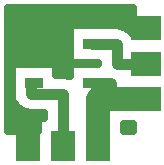
<source format=gbr>
G04 DipTrace 2.4.0.2*
%INTop.gbr*%
%MOIN*%
%ADD14C,0.0354*%
%ADD15C,0.0787*%
%ADD16C,0.025*%
%ADD17R,0.0787X0.0984*%
%ADD18R,0.0984X0.0787*%
%ADD19R,0.0591X0.0354*%
%FSLAX44Y44*%
G04*
G70*
G90*
G75*
G01*
%LNTop*%
%LPD*%
X6873Y7838D2*
D14*
X7700D1*
Y7188D1*
X8665D1*
X4944Y6539D2*
X4885D1*
X5909Y4432D2*
Y6184D1*
X4826D1*
Y6539D1*
X4944D1*
X7090Y4432D2*
D15*
Y6007D1*
X7523D1*
X8665D1*
X6873Y6539D2*
D14*
X7523D1*
Y6007D1*
X4090Y8803D2*
D16*
X8218D1*
X4090Y8554D2*
X8218D1*
X4090Y8305D2*
X6105D1*
X8143D2*
X8219D1*
X4090Y8057D2*
X6105D1*
X4090Y7808D2*
X6105D1*
X4090Y7559D2*
X6105D1*
X4090Y7311D2*
X6105D1*
X4090Y7062D2*
X4175D1*
X5713D2*
X6105D1*
X4090Y6813D2*
X4175D1*
X5713D2*
X6105D1*
X4090Y6565D2*
X4175D1*
X4090Y6316D2*
X4175D1*
X4090Y6067D2*
X4175D1*
X4090Y5818D2*
X4292D1*
X4090Y5570D2*
X4675D1*
X4090Y5321D2*
X5038D1*
X4090Y5072D2*
X5038D1*
X7959D2*
X8218D1*
X5190Y5374D2*
X5280D1*
X5282Y5553D1*
X4826Y5557D1*
X4702Y5570D1*
X4583Y5606D1*
X4473Y5666D1*
X4377Y5746D1*
X4290Y5860D1*
X4199Y5911D1*
Y7166D1*
X5689D1*
Y6810D1*
X5909Y6811D1*
X6128Y6786D1*
Y7166D1*
X7077D1*
X7073Y7208D1*
X6128Y7211D1*
Y8465D1*
X7618Y8461D1*
X7700Y8465D1*
X7824Y8453D1*
X7943Y8416D1*
X8053Y8356D1*
X8149Y8276D1*
X8236Y8162D1*
X8244Y8333D1*
Y9032D1*
X6673Y9037D1*
X4067Y9051D1*
X4065Y5926D1*
Y4931D1*
X5064D1*
X5065Y5374D1*
X5190D1*
X8247Y5163D2*
X7933Y5167D1*
Y4933D1*
X8244Y4931D1*
Y5162D1*
X7931Y5163D1*
X7933Y4933D1*
D17*
X7090Y4432D3*
X5909D3*
X4728D3*
D18*
X8665Y6007D3*
Y7188D3*
Y8369D3*
D19*
X4944Y7838D3*
Y6539D3*
X6873Y7838D3*
Y6539D3*
M02*

</source>
